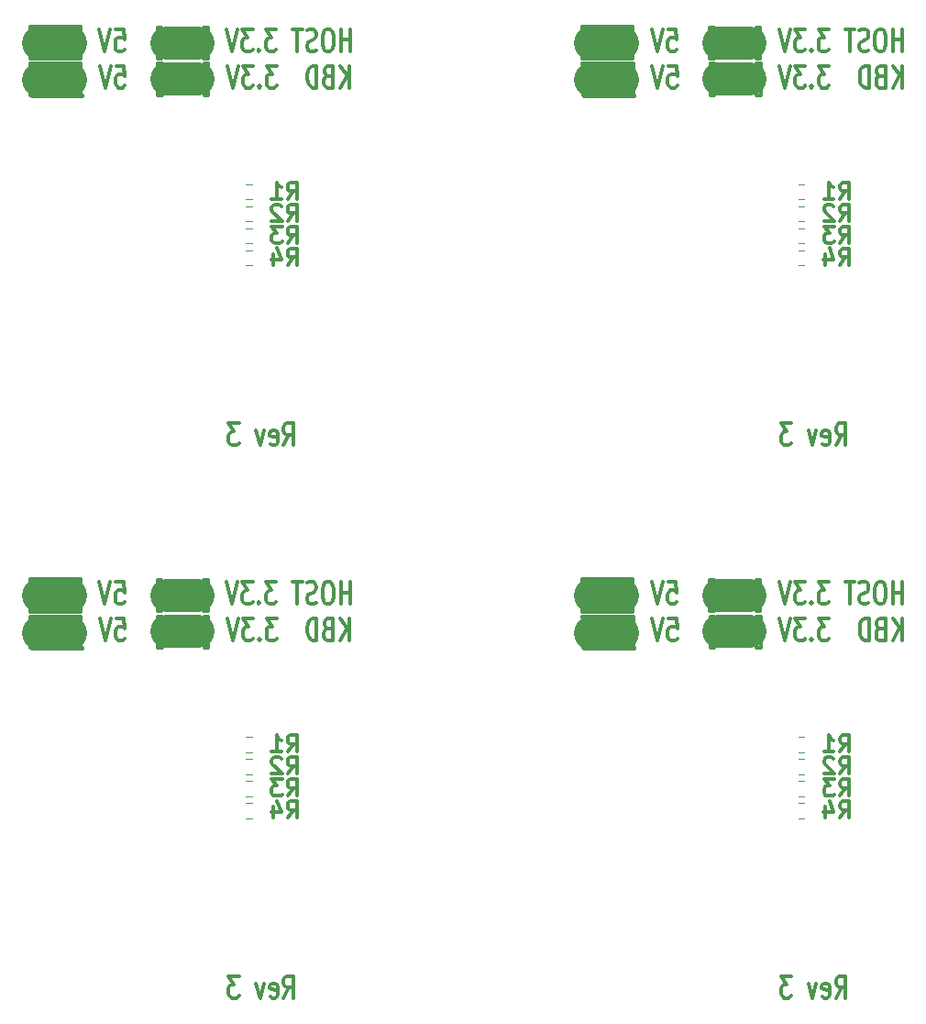
<source format=gbo>
%MOIN*%
%OFA0B0*%
%FSLAX46Y46*%
%IPPOS*%
%LPD*%
%ADD10C,0.12000000000000001*%
%ADD11C,0.015000000000000001*%
%ADD12C,0.012000000000000002*%
%ADD13C,0.0047244094488188976*%
%ADD24C,0.12000000000000001*%
%ADD25C,0.015000000000000001*%
%ADD26C,0.012000000000000002*%
%ADD27C,0.0047244094488188976*%
%ADD28C,0.12000000000000001*%
%ADD29C,0.015000000000000001*%
%ADD30C,0.012000000000000002*%
%ADD31C,0.0047244094488188976*%
%ADD32C,0.12000000000000001*%
%ADD33C,0.015000000000000001*%
%ADD34C,0.012000000000000002*%
%ADD35C,0.0047244094488188976*%
G01*
D10*
X0000626299Y0001412834D02*
X0000741299Y0001412834D01*
X0000626299Y0001542834D02*
X0000741299Y0001542834D01*
X0000161299Y0001542834D02*
X0000276299Y0001542834D01*
X0000161299Y0001407834D02*
X0000276299Y0001407834D01*
D11*
X0000131299Y0001467834D02*
X0000311299Y0001467834D01*
X0000131299Y0001487834D02*
X0000311299Y0001487834D01*
X0000136299Y0001352834D02*
X0000316299Y0001352834D01*
X0000131299Y0001602834D02*
X0000311299Y0001602834D01*
D12*
X0001294156Y0001512644D02*
X0001294156Y0001592644D01*
X0001294156Y0001554548D02*
X0001259870Y0001554548D01*
X0001259870Y0001512644D02*
X0001259870Y0001592644D01*
X0001219870Y0001592644D02*
X0001208442Y0001592644D01*
X0001202727Y0001588834D01*
X0001197013Y0001581215D01*
X0001194156Y0001565977D01*
X0001194156Y0001539310D01*
X0001197013Y0001524072D01*
X0001202727Y0001516453D01*
X0001208442Y0001512644D01*
X0001219870Y0001512644D01*
X0001225584Y0001516453D01*
X0001231299Y0001524072D01*
X0001234156Y0001539310D01*
X0001234156Y0001565977D01*
X0001231299Y0001581215D01*
X0001225584Y0001588834D01*
X0001219870Y0001592644D01*
X0001171299Y0001516453D02*
X0001162727Y0001512644D01*
X0001148442Y0001512644D01*
X0001142727Y0001516453D01*
X0001139870Y0001520263D01*
X0001137013Y0001527882D01*
X0001137013Y0001535501D01*
X0001139870Y0001543120D01*
X0001142727Y0001546929D01*
X0001148442Y0001550739D01*
X0001159870Y0001554548D01*
X0001165584Y0001558358D01*
X0001168442Y0001562167D01*
X0001171299Y0001569787D01*
X0001171299Y0001577406D01*
X0001168442Y0001585025D01*
X0001165584Y0001588834D01*
X0001159870Y0001592644D01*
X0001145584Y0001592644D01*
X0001137013Y0001588834D01*
X0001119870Y0001592644D02*
X0001085584Y0001592644D01*
X0001102727Y0001512644D02*
X0001102727Y0001592644D01*
X0001025584Y0001592644D02*
X0000988442Y0001592644D01*
X0001008442Y0001562167D01*
X0000999870Y0001562167D01*
X0000994156Y0001558358D01*
X0000991299Y0001554548D01*
X0000988442Y0001546929D01*
X0000988442Y0001527882D01*
X0000991299Y0001520263D01*
X0000994156Y0001516453D01*
X0000999870Y0001512644D01*
X0001017013Y0001512644D01*
X0001022727Y0001516453D01*
X0001025584Y0001520263D01*
X0000962727Y0001520263D02*
X0000959870Y0001516453D01*
X0000962727Y0001512644D01*
X0000965584Y0001516453D01*
X0000962727Y0001520263D01*
X0000962727Y0001512644D01*
X0000939870Y0001592644D02*
X0000902727Y0001592644D01*
X0000922727Y0001562167D01*
X0000914156Y0001562167D01*
X0000908442Y0001558358D01*
X0000905584Y0001554548D01*
X0000902727Y0001546929D01*
X0000902727Y0001527882D01*
X0000905584Y0001520263D01*
X0000908442Y0001516453D01*
X0000914156Y0001512644D01*
X0000931299Y0001512644D01*
X0000937013Y0001516453D01*
X0000939870Y0001520263D01*
X0000885584Y0001592644D02*
X0000865584Y0001512644D01*
X0000845584Y0001592644D01*
X0000762727Y0001485977D02*
X0000777013Y0001485977D01*
X0000777013Y0001600263D01*
X0000762727Y0001600263D01*
X0000608442Y0001485977D02*
X0000594156Y0001485977D01*
X0000594156Y0001600263D01*
X0000608442Y0001600263D01*
X0000442727Y0001592644D02*
X0000471299Y0001592644D01*
X0000474156Y0001554548D01*
X0000471299Y0001558358D01*
X0000465584Y0001562167D01*
X0000451299Y0001562167D01*
X0000445584Y0001558358D01*
X0000442727Y0001554548D01*
X0000439870Y0001546929D01*
X0000439870Y0001527882D01*
X0000442727Y0001520263D01*
X0000445584Y0001516453D01*
X0000451299Y0001512644D01*
X0000465584Y0001512644D01*
X0000471299Y0001516453D01*
X0000474156Y0001520263D01*
X0000422727Y0001592644D02*
X0000402727Y0001512644D01*
X0000382727Y0001592644D01*
X0000299870Y0001485977D02*
X0000314156Y0001485977D01*
X0000314156Y0001600263D01*
X0000299870Y0001600263D01*
X0000145584Y0001485977D02*
X0000131299Y0001485977D01*
X0000131299Y0001600263D01*
X0000145584Y0001600263D01*
X0001292727Y0001380644D02*
X0001292727Y0001460644D01*
X0001258442Y0001380644D02*
X0001284156Y0001426358D01*
X0001258442Y0001460644D02*
X0001292727Y0001414929D01*
X0001212727Y0001422548D02*
X0001204156Y0001418739D01*
X0001201299Y0001414929D01*
X0001198442Y0001407310D01*
X0001198442Y0001395882D01*
X0001201299Y0001388263D01*
X0001204156Y0001384453D01*
X0001209870Y0001380644D01*
X0001232727Y0001380644D01*
X0001232727Y0001460644D01*
X0001212727Y0001460644D01*
X0001207013Y0001456834D01*
X0001204156Y0001453025D01*
X0001201299Y0001445406D01*
X0001201299Y0001437787D01*
X0001204156Y0001430167D01*
X0001207013Y0001426358D01*
X0001212727Y0001422548D01*
X0001232727Y0001422548D01*
X0001172727Y0001380644D02*
X0001172727Y0001460644D01*
X0001158442Y0001460644D01*
X0001149870Y0001456834D01*
X0001144156Y0001449215D01*
X0001141299Y0001441596D01*
X0001138442Y0001426358D01*
X0001138442Y0001414929D01*
X0001141299Y0001399691D01*
X0001144156Y0001392072D01*
X0001149870Y0001384453D01*
X0001158442Y0001380644D01*
X0001172727Y0001380644D01*
X0001027013Y0001460644D02*
X0000989870Y0001460644D01*
X0001009870Y0001430167D01*
X0001001299Y0001430167D01*
X0000995584Y0001426358D01*
X0000992727Y0001422548D01*
X0000989870Y0001414929D01*
X0000989870Y0001395882D01*
X0000992727Y0001388263D01*
X0000995584Y0001384453D01*
X0001001299Y0001380644D01*
X0001018442Y0001380644D01*
X0001024156Y0001384453D01*
X0001027013Y0001388263D01*
X0000964156Y0001388263D02*
X0000961299Y0001384453D01*
X0000964156Y0001380644D01*
X0000967013Y0001384453D01*
X0000964156Y0001388263D01*
X0000964156Y0001380644D01*
X0000941299Y0001460644D02*
X0000904156Y0001460644D01*
X0000924156Y0001430167D01*
X0000915584Y0001430167D01*
X0000909870Y0001426358D01*
X0000907013Y0001422548D01*
X0000904156Y0001414929D01*
X0000904156Y0001395882D01*
X0000907013Y0001388263D01*
X0000909870Y0001384453D01*
X0000915584Y0001380644D01*
X0000932727Y0001380644D01*
X0000938442Y0001384453D01*
X0000941299Y0001388263D01*
X0000887013Y0001460644D02*
X0000867013Y0001380644D01*
X0000847013Y0001460644D01*
X0000764156Y0001353977D02*
X0000778442Y0001353977D01*
X0000778442Y0001468263D01*
X0000764156Y0001468263D01*
X0000609870Y0001353977D02*
X0000595584Y0001353977D01*
X0000595584Y0001468263D01*
X0000609870Y0001468263D01*
X0000444156Y0001460644D02*
X0000472727Y0001460644D01*
X0000475584Y0001422548D01*
X0000472727Y0001426358D01*
X0000467013Y0001430167D01*
X0000452727Y0001430167D01*
X0000447013Y0001426358D01*
X0000444156Y0001422548D01*
X0000441299Y0001414929D01*
X0000441299Y0001395882D01*
X0000444156Y0001388263D01*
X0000447013Y0001384453D01*
X0000452727Y0001380644D01*
X0000467013Y0001380644D01*
X0000472727Y0001384453D01*
X0000475584Y0001388263D01*
X0000424156Y0001460644D02*
X0000404156Y0001380644D01*
X0000384156Y0001460644D01*
X0000301299Y0001353977D02*
X0000315584Y0001353977D01*
X0000315584Y0001468263D01*
X0000301299Y0001468263D01*
X0000147013Y0001353977D02*
X0000132727Y0001353977D01*
X0000132727Y0001468263D01*
X0000147013Y0001468263D01*
X0001052727Y0000081644D02*
X0001072727Y0000119739D01*
X0001087013Y0000081644D02*
X0001087013Y0000161644D01*
X0001064156Y0000161644D01*
X0001058442Y0000157834D01*
X0001055584Y0000154025D01*
X0001052727Y0000146406D01*
X0001052727Y0000134977D01*
X0001055584Y0000127358D01*
X0001058442Y0000123548D01*
X0001064156Y0000119739D01*
X0001087013Y0000119739D01*
X0001004156Y0000085453D02*
X0001009870Y0000081644D01*
X0001021299Y0000081644D01*
X0001027013Y0000085453D01*
X0001029870Y0000093072D01*
X0001029870Y0000123548D01*
X0001027013Y0000131167D01*
X0001021299Y0000134977D01*
X0001009870Y0000134977D01*
X0001004156Y0000131167D01*
X0001001299Y0000123548D01*
X0001001299Y0000115929D01*
X0001029870Y0000108310D01*
X0000981299Y0000134977D02*
X0000967013Y0000081644D01*
X0000952727Y0000134977D01*
X0000889870Y0000161644D02*
X0000852727Y0000161644D01*
X0000872727Y0000131167D01*
X0000864156Y0000131167D01*
X0000858442Y0000127358D01*
X0000855584Y0000123548D01*
X0000852727Y0000115929D01*
X0000852727Y0000096882D01*
X0000855584Y0000089263D01*
X0000858442Y0000085453D01*
X0000864156Y0000081644D01*
X0000881299Y0000081644D01*
X0000887013Y0000085453D01*
X0000889870Y0000089263D01*
D13*
X0000936584Y0000974881D02*
X0000916013Y0000974881D01*
X0000936584Y0001030787D02*
X0000916013Y0001030787D01*
X0000936584Y0000950787D02*
X0000916013Y0000950787D01*
X0000936584Y0000894881D02*
X0000916013Y0000894881D01*
X0000936584Y0000814881D02*
X0000916013Y0000814881D01*
X0000936584Y0000870787D02*
X0000916013Y0000870787D01*
X0000936584Y0000790787D02*
X0000916013Y0000790787D01*
X0000936584Y0000734881D02*
X0000916013Y0000734881D01*
D12*
X0001066299Y0000975691D02*
X0001086299Y0001004263D01*
X0001100584Y0000975691D02*
X0001100584Y0001035691D01*
X0001077727Y0001035691D01*
X0001072013Y0001032834D01*
X0001069156Y0001029977D01*
X0001066299Y0001024263D01*
X0001066299Y0001015691D01*
X0001069156Y0001009977D01*
X0001072013Y0001007120D01*
X0001077727Y0001004263D01*
X0001100584Y0001004263D01*
X0001009156Y0000975691D02*
X0001043442Y0000975691D01*
X0001026299Y0000975691D02*
X0001026299Y0001035691D01*
X0001032013Y0001027120D01*
X0001037727Y0001021406D01*
X0001043442Y0001018548D01*
X0001066299Y0000895691D02*
X0001086299Y0000924263D01*
X0001100584Y0000895691D02*
X0001100584Y0000955691D01*
X0001077727Y0000955691D01*
X0001072013Y0000952834D01*
X0001069156Y0000949977D01*
X0001066299Y0000944263D01*
X0001066299Y0000935691D01*
X0001069156Y0000929977D01*
X0001072013Y0000927120D01*
X0001077727Y0000924263D01*
X0001100584Y0000924263D01*
X0001043442Y0000949977D02*
X0001040584Y0000952834D01*
X0001034870Y0000955691D01*
X0001020584Y0000955691D01*
X0001014870Y0000952834D01*
X0001012013Y0000949977D01*
X0001009156Y0000944263D01*
X0001009156Y0000938548D01*
X0001012013Y0000929977D01*
X0001046299Y0000895691D01*
X0001009156Y0000895691D01*
X0001066299Y0000815691D02*
X0001086299Y0000844263D01*
X0001100584Y0000815691D02*
X0001100584Y0000875691D01*
X0001077727Y0000875691D01*
X0001072013Y0000872834D01*
X0001069156Y0000869977D01*
X0001066299Y0000864263D01*
X0001066299Y0000855691D01*
X0001069156Y0000849977D01*
X0001072013Y0000847120D01*
X0001077727Y0000844263D01*
X0001100584Y0000844263D01*
X0001046299Y0000875691D02*
X0001009156Y0000875691D01*
X0001029156Y0000852834D01*
X0001020584Y0000852834D01*
X0001014870Y0000849977D01*
X0001012013Y0000847120D01*
X0001009156Y0000841406D01*
X0001009156Y0000827120D01*
X0001012013Y0000821406D01*
X0001014870Y0000818548D01*
X0001020584Y0000815691D01*
X0001037727Y0000815691D01*
X0001043442Y0000818548D01*
X0001046299Y0000821406D01*
X0001066299Y0000735691D02*
X0001086299Y0000764263D01*
X0001100584Y0000735691D02*
X0001100584Y0000795691D01*
X0001077727Y0000795691D01*
X0001072013Y0000792834D01*
X0001069156Y0000789977D01*
X0001066299Y0000784263D01*
X0001066299Y0000775691D01*
X0001069156Y0000769977D01*
X0001072013Y0000767120D01*
X0001077727Y0000764263D01*
X0001100584Y0000764263D01*
X0001014870Y0000775691D02*
X0001014870Y0000735691D01*
X0001029156Y0000798548D02*
X0001043442Y0000755691D01*
X0001006299Y0000755691D01*
G04 next file*
G04 #@! TF.GenerationSoftware,KiCad,Pcbnew,(5.1.10)-1*
G04 #@! TF.CreationDate,2022-01-20T17:19:38-05:00*
G04 #@! TF.ProjectId,PS2X49,50533258-3439-42e6-9b69-6361645f7063,X1*
G04 #@! TF.SameCoordinates,Original*
G04 #@! TF.FileFunction,Legend,Bot*
G04 #@! TF.FilePolarity,Positive*
G04 Gerber Fmt 4.6, Leading zero omitted, Abs format (unit mm)*
G04 Created by KiCad (PCBNEW (5.1.10)-1) date 2022-01-20 17:19:38*
G01*
G04 APERTURE LIST*
G04 APERTURE END LIST*
D24*
X0002634173Y0003420708D02*
X0002749173Y0003420708D01*
X0002634173Y0003550708D02*
X0002749173Y0003550708D01*
X0002169173Y0003550708D02*
X0002284173Y0003550708D01*
X0002169173Y0003415708D02*
X0002284173Y0003415708D01*
D25*
X0002139173Y0003475708D02*
X0002319173Y0003475708D01*
X0002139173Y0003495708D02*
X0002319173Y0003495708D01*
X0002144173Y0003360708D02*
X0002324173Y0003360708D01*
X0002139173Y0003610708D02*
X0002319173Y0003610708D01*
D26*
X0003302030Y0003520518D02*
X0003302030Y0003600518D01*
X0003302030Y0003562422D02*
X0003267744Y0003562422D01*
X0003267744Y0003520518D02*
X0003267744Y0003600518D01*
X0003227744Y0003600518D02*
X0003216316Y0003600518D01*
X0003210601Y0003596708D01*
X0003204887Y0003589089D01*
X0003202030Y0003573851D01*
X0003202030Y0003547184D01*
X0003204887Y0003531946D01*
X0003210601Y0003524327D01*
X0003216316Y0003520518D01*
X0003227744Y0003520518D01*
X0003233458Y0003524327D01*
X0003239173Y0003531946D01*
X0003242030Y0003547184D01*
X0003242030Y0003573851D01*
X0003239173Y0003589089D01*
X0003233458Y0003596708D01*
X0003227744Y0003600518D01*
X0003179173Y0003524327D02*
X0003170601Y0003520518D01*
X0003156316Y0003520518D01*
X0003150601Y0003524327D01*
X0003147744Y0003528137D01*
X0003144887Y0003535756D01*
X0003144887Y0003543375D01*
X0003147744Y0003550994D01*
X0003150601Y0003554803D01*
X0003156316Y0003558613D01*
X0003167744Y0003562422D01*
X0003173458Y0003566232D01*
X0003176316Y0003570042D01*
X0003179173Y0003577661D01*
X0003179173Y0003585280D01*
X0003176316Y0003592899D01*
X0003173458Y0003596708D01*
X0003167744Y0003600518D01*
X0003153458Y0003600518D01*
X0003144887Y0003596708D01*
X0003127744Y0003600518D02*
X0003093458Y0003600518D01*
X0003110601Y0003520518D02*
X0003110601Y0003600518D01*
X0003033458Y0003600518D02*
X0002996316Y0003600518D01*
X0003016316Y0003570042D01*
X0003007744Y0003570042D01*
X0003002030Y0003566232D01*
X0002999173Y0003562422D01*
X0002996316Y0003554803D01*
X0002996316Y0003535756D01*
X0002999173Y0003528137D01*
X0003002030Y0003524327D01*
X0003007744Y0003520518D01*
X0003024887Y0003520518D01*
X0003030601Y0003524327D01*
X0003033458Y0003528137D01*
X0002970601Y0003528137D02*
X0002967744Y0003524327D01*
X0002970601Y0003520518D01*
X0002973458Y0003524327D01*
X0002970601Y0003528137D01*
X0002970601Y0003520518D01*
X0002947744Y0003600518D02*
X0002910601Y0003600518D01*
X0002930601Y0003570042D01*
X0002922030Y0003570042D01*
X0002916316Y0003566232D01*
X0002913458Y0003562422D01*
X0002910601Y0003554803D01*
X0002910601Y0003535756D01*
X0002913458Y0003528137D01*
X0002916316Y0003524327D01*
X0002922030Y0003520518D01*
X0002939173Y0003520518D01*
X0002944887Y0003524327D01*
X0002947744Y0003528137D01*
X0002893458Y0003600518D02*
X0002873458Y0003520518D01*
X0002853458Y0003600518D01*
X0002770601Y0003493851D02*
X0002784887Y0003493851D01*
X0002784887Y0003608137D01*
X0002770601Y0003608137D01*
X0002616316Y0003493851D02*
X0002602030Y0003493851D01*
X0002602030Y0003608137D01*
X0002616316Y0003608137D01*
X0002450601Y0003600518D02*
X0002479173Y0003600518D01*
X0002482030Y0003562422D01*
X0002479173Y0003566232D01*
X0002473458Y0003570042D01*
X0002459173Y0003570042D01*
X0002453458Y0003566232D01*
X0002450601Y0003562422D01*
X0002447744Y0003554803D01*
X0002447744Y0003535756D01*
X0002450601Y0003528137D01*
X0002453458Y0003524327D01*
X0002459173Y0003520518D01*
X0002473458Y0003520518D01*
X0002479173Y0003524327D01*
X0002482030Y0003528137D01*
X0002430601Y0003600518D02*
X0002410601Y0003520518D01*
X0002390601Y0003600518D01*
X0002307744Y0003493851D02*
X0002322030Y0003493851D01*
X0002322030Y0003608137D01*
X0002307744Y0003608137D01*
X0002153458Y0003493851D02*
X0002139173Y0003493851D01*
X0002139173Y0003608137D01*
X0002153458Y0003608137D01*
X0003300601Y0003388518D02*
X0003300601Y0003468518D01*
X0003266316Y0003388518D02*
X0003292030Y0003434232D01*
X0003266316Y0003468518D02*
X0003300601Y0003422803D01*
X0003220601Y0003430422D02*
X0003212030Y0003426613D01*
X0003209173Y0003422803D01*
X0003206316Y0003415184D01*
X0003206316Y0003403756D01*
X0003209173Y0003396137D01*
X0003212030Y0003392327D01*
X0003217744Y0003388518D01*
X0003240601Y0003388518D01*
X0003240601Y0003468518D01*
X0003220601Y0003468518D01*
X0003214887Y0003464708D01*
X0003212030Y0003460899D01*
X0003209173Y0003453280D01*
X0003209173Y0003445661D01*
X0003212030Y0003438042D01*
X0003214887Y0003434232D01*
X0003220601Y0003430422D01*
X0003240601Y0003430422D01*
X0003180601Y0003388518D02*
X0003180601Y0003468518D01*
X0003166316Y0003468518D01*
X0003157744Y0003464708D01*
X0003152030Y0003457089D01*
X0003149173Y0003449470D01*
X0003146316Y0003434232D01*
X0003146316Y0003422803D01*
X0003149173Y0003407565D01*
X0003152030Y0003399946D01*
X0003157744Y0003392327D01*
X0003166316Y0003388518D01*
X0003180601Y0003388518D01*
X0003034887Y0003468518D02*
X0002997744Y0003468518D01*
X0003017744Y0003438042D01*
X0003009173Y0003438042D01*
X0003003458Y0003434232D01*
X0003000601Y0003430422D01*
X0002997744Y0003422803D01*
X0002997744Y0003403756D01*
X0003000601Y0003396137D01*
X0003003458Y0003392327D01*
X0003009173Y0003388518D01*
X0003026316Y0003388518D01*
X0003032030Y0003392327D01*
X0003034887Y0003396137D01*
X0002972030Y0003396137D02*
X0002969173Y0003392327D01*
X0002972030Y0003388518D01*
X0002974887Y0003392327D01*
X0002972030Y0003396137D01*
X0002972030Y0003388518D01*
X0002949173Y0003468518D02*
X0002912030Y0003468518D01*
X0002932030Y0003438042D01*
X0002923458Y0003438042D01*
X0002917744Y0003434232D01*
X0002914887Y0003430422D01*
X0002912030Y0003422803D01*
X0002912030Y0003403756D01*
X0002914887Y0003396137D01*
X0002917744Y0003392327D01*
X0002923458Y0003388518D01*
X0002940601Y0003388518D01*
X0002946316Y0003392327D01*
X0002949173Y0003396137D01*
X0002894887Y0003468518D02*
X0002874887Y0003388518D01*
X0002854887Y0003468518D01*
X0002772030Y0003361851D02*
X0002786316Y0003361851D01*
X0002786316Y0003476137D01*
X0002772030Y0003476137D01*
X0002617744Y0003361851D02*
X0002603458Y0003361851D01*
X0002603458Y0003476137D01*
X0002617744Y0003476137D01*
X0002452030Y0003468518D02*
X0002480601Y0003468518D01*
X0002483458Y0003430422D01*
X0002480601Y0003434232D01*
X0002474887Y0003438042D01*
X0002460601Y0003438042D01*
X0002454887Y0003434232D01*
X0002452030Y0003430422D01*
X0002449173Y0003422803D01*
X0002449173Y0003403756D01*
X0002452030Y0003396137D01*
X0002454887Y0003392327D01*
X0002460601Y0003388518D01*
X0002474887Y0003388518D01*
X0002480601Y0003392327D01*
X0002483458Y0003396137D01*
X0002432030Y0003468518D02*
X0002412030Y0003388518D01*
X0002392030Y0003468518D01*
X0002309173Y0003361851D02*
X0002323458Y0003361851D01*
X0002323458Y0003476137D01*
X0002309173Y0003476137D01*
X0002154887Y0003361851D02*
X0002140601Y0003361851D01*
X0002140601Y0003476137D01*
X0002154887Y0003476137D01*
X0003060601Y0002089518D02*
X0003080601Y0002127613D01*
X0003094887Y0002089518D02*
X0003094887Y0002169518D01*
X0003072030Y0002169518D01*
X0003066316Y0002165708D01*
X0003063458Y0002161899D01*
X0003060601Y0002154280D01*
X0003060601Y0002142851D01*
X0003063458Y0002135232D01*
X0003066316Y0002131422D01*
X0003072030Y0002127613D01*
X0003094887Y0002127613D01*
X0003012030Y0002093327D02*
X0003017744Y0002089518D01*
X0003029173Y0002089518D01*
X0003034887Y0002093327D01*
X0003037744Y0002100946D01*
X0003037744Y0002131422D01*
X0003034887Y0002139042D01*
X0003029173Y0002142851D01*
X0003017744Y0002142851D01*
X0003012030Y0002139042D01*
X0003009173Y0002131422D01*
X0003009173Y0002123803D01*
X0003037744Y0002116184D01*
X0002989173Y0002142851D02*
X0002974887Y0002089518D01*
X0002960601Y0002142851D01*
X0002897744Y0002169518D02*
X0002860601Y0002169518D01*
X0002880601Y0002139042D01*
X0002872030Y0002139042D01*
X0002866316Y0002135232D01*
X0002863458Y0002131422D01*
X0002860601Y0002123803D01*
X0002860601Y0002104756D01*
X0002863458Y0002097137D01*
X0002866316Y0002093327D01*
X0002872030Y0002089518D01*
X0002889173Y0002089518D01*
X0002894887Y0002093327D01*
X0002897744Y0002097137D01*
D27*
X0002944458Y0002982755D02*
X0002923887Y0002982755D01*
X0002944458Y0003038661D02*
X0002923887Y0003038661D01*
X0002944458Y0002958661D02*
X0002923887Y0002958661D01*
X0002944458Y0002902755D02*
X0002923887Y0002902755D01*
X0002944458Y0002822755D02*
X0002923887Y0002822755D01*
X0002944458Y0002878661D02*
X0002923887Y0002878661D01*
X0002944458Y0002798661D02*
X0002923887Y0002798661D01*
X0002944458Y0002742755D02*
X0002923887Y0002742755D01*
D26*
X0003074173Y0002983565D02*
X0003094173Y0003012137D01*
X0003108458Y0002983565D02*
X0003108458Y0003043565D01*
X0003085601Y0003043565D01*
X0003079887Y0003040708D01*
X0003077030Y0003037851D01*
X0003074173Y0003032137D01*
X0003074173Y0003023565D01*
X0003077030Y0003017851D01*
X0003079887Y0003014994D01*
X0003085601Y0003012137D01*
X0003108458Y0003012137D01*
X0003017030Y0002983565D02*
X0003051316Y0002983565D01*
X0003034173Y0002983565D02*
X0003034173Y0003043565D01*
X0003039887Y0003034994D01*
X0003045601Y0003029280D01*
X0003051316Y0003026422D01*
X0003074173Y0002903565D02*
X0003094173Y0002932137D01*
X0003108458Y0002903565D02*
X0003108458Y0002963565D01*
X0003085601Y0002963565D01*
X0003079887Y0002960708D01*
X0003077030Y0002957851D01*
X0003074173Y0002952137D01*
X0003074173Y0002943565D01*
X0003077030Y0002937851D01*
X0003079887Y0002934994D01*
X0003085601Y0002932137D01*
X0003108458Y0002932137D01*
X0003051316Y0002957851D02*
X0003048458Y0002960708D01*
X0003042744Y0002963565D01*
X0003028458Y0002963565D01*
X0003022744Y0002960708D01*
X0003019887Y0002957851D01*
X0003017030Y0002952137D01*
X0003017030Y0002946422D01*
X0003019887Y0002937851D01*
X0003054173Y0002903565D01*
X0003017030Y0002903565D01*
X0003074173Y0002823565D02*
X0003094173Y0002852137D01*
X0003108458Y0002823565D02*
X0003108458Y0002883565D01*
X0003085601Y0002883565D01*
X0003079887Y0002880708D01*
X0003077030Y0002877851D01*
X0003074173Y0002872137D01*
X0003074173Y0002863565D01*
X0003077030Y0002857851D01*
X0003079887Y0002854994D01*
X0003085601Y0002852137D01*
X0003108458Y0002852137D01*
X0003054173Y0002883565D02*
X0003017030Y0002883565D01*
X0003037030Y0002860708D01*
X0003028458Y0002860708D01*
X0003022744Y0002857851D01*
X0003019887Y0002854994D01*
X0003017030Y0002849280D01*
X0003017030Y0002834994D01*
X0003019887Y0002829280D01*
X0003022744Y0002826422D01*
X0003028458Y0002823565D01*
X0003045601Y0002823565D01*
X0003051316Y0002826422D01*
X0003054173Y0002829280D01*
X0003074173Y0002743565D02*
X0003094173Y0002772137D01*
X0003108458Y0002743565D02*
X0003108458Y0002803565D01*
X0003085601Y0002803565D01*
X0003079887Y0002800708D01*
X0003077030Y0002797851D01*
X0003074173Y0002792137D01*
X0003074173Y0002783565D01*
X0003077030Y0002777851D01*
X0003079887Y0002774994D01*
X0003085601Y0002772137D01*
X0003108458Y0002772137D01*
X0003022744Y0002783565D02*
X0003022744Y0002743565D01*
X0003037030Y0002806422D02*
X0003051316Y0002763565D01*
X0003014173Y0002763565D01*
G04 next file*
G04 #@! TF.GenerationSoftware,KiCad,Pcbnew,(5.1.10)-1*
G04 #@! TF.CreationDate,2022-01-20T17:19:38-05:00*
G04 #@! TF.ProjectId,PS2X49,50533258-3439-42e6-9b69-6361645f7063,X1*
G04 #@! TF.SameCoordinates,Original*
G04 #@! TF.FileFunction,Legend,Bot*
G04 #@! TF.FilePolarity,Positive*
G04 Gerber Fmt 4.6, Leading zero omitted, Abs format (unit mm)*
G04 Created by KiCad (PCBNEW (5.1.10)-1) date 2022-01-20 17:19:38*
G01*
G04 APERTURE LIST*
G04 APERTURE END LIST*
D28*
X0002634173Y0001412834D02*
X0002749173Y0001412834D01*
X0002634173Y0001542834D02*
X0002749173Y0001542834D01*
X0002169173Y0001542834D02*
X0002284173Y0001542834D01*
X0002169173Y0001407834D02*
X0002284173Y0001407834D01*
D29*
X0002139173Y0001467834D02*
X0002319173Y0001467834D01*
X0002139173Y0001487834D02*
X0002319173Y0001487834D01*
X0002144173Y0001352834D02*
X0002324173Y0001352834D01*
X0002139173Y0001602834D02*
X0002319173Y0001602834D01*
D30*
X0003302030Y0001512644D02*
X0003302030Y0001592644D01*
X0003302030Y0001554548D02*
X0003267744Y0001554548D01*
X0003267744Y0001512644D02*
X0003267744Y0001592644D01*
X0003227744Y0001592644D02*
X0003216316Y0001592644D01*
X0003210601Y0001588834D01*
X0003204887Y0001581215D01*
X0003202030Y0001565977D01*
X0003202030Y0001539310D01*
X0003204887Y0001524072D01*
X0003210601Y0001516453D01*
X0003216316Y0001512644D01*
X0003227744Y0001512644D01*
X0003233458Y0001516453D01*
X0003239173Y0001524072D01*
X0003242030Y0001539310D01*
X0003242030Y0001565977D01*
X0003239173Y0001581215D01*
X0003233458Y0001588834D01*
X0003227744Y0001592644D01*
X0003179173Y0001516453D02*
X0003170601Y0001512644D01*
X0003156316Y0001512644D01*
X0003150601Y0001516453D01*
X0003147744Y0001520263D01*
X0003144887Y0001527882D01*
X0003144887Y0001535501D01*
X0003147744Y0001543120D01*
X0003150601Y0001546929D01*
X0003156316Y0001550739D01*
X0003167744Y0001554548D01*
X0003173458Y0001558358D01*
X0003176316Y0001562167D01*
X0003179173Y0001569787D01*
X0003179173Y0001577406D01*
X0003176316Y0001585025D01*
X0003173458Y0001588834D01*
X0003167744Y0001592644D01*
X0003153458Y0001592644D01*
X0003144887Y0001588834D01*
X0003127744Y0001592644D02*
X0003093458Y0001592644D01*
X0003110601Y0001512644D02*
X0003110601Y0001592644D01*
X0003033458Y0001592644D02*
X0002996316Y0001592644D01*
X0003016316Y0001562167D01*
X0003007744Y0001562167D01*
X0003002030Y0001558358D01*
X0002999173Y0001554548D01*
X0002996316Y0001546929D01*
X0002996316Y0001527882D01*
X0002999173Y0001520263D01*
X0003002030Y0001516453D01*
X0003007744Y0001512644D01*
X0003024887Y0001512644D01*
X0003030601Y0001516453D01*
X0003033458Y0001520263D01*
X0002970601Y0001520263D02*
X0002967744Y0001516453D01*
X0002970601Y0001512644D01*
X0002973458Y0001516453D01*
X0002970601Y0001520263D01*
X0002970601Y0001512644D01*
X0002947744Y0001592644D02*
X0002910601Y0001592644D01*
X0002930601Y0001562167D01*
X0002922030Y0001562167D01*
X0002916316Y0001558358D01*
X0002913458Y0001554548D01*
X0002910601Y0001546929D01*
X0002910601Y0001527882D01*
X0002913458Y0001520263D01*
X0002916316Y0001516453D01*
X0002922030Y0001512644D01*
X0002939173Y0001512644D01*
X0002944887Y0001516453D01*
X0002947744Y0001520263D01*
X0002893458Y0001592644D02*
X0002873458Y0001512644D01*
X0002853458Y0001592644D01*
X0002770601Y0001485977D02*
X0002784887Y0001485977D01*
X0002784887Y0001600263D01*
X0002770601Y0001600263D01*
X0002616316Y0001485977D02*
X0002602030Y0001485977D01*
X0002602030Y0001600263D01*
X0002616316Y0001600263D01*
X0002450601Y0001592644D02*
X0002479173Y0001592644D01*
X0002482030Y0001554548D01*
X0002479173Y0001558358D01*
X0002473458Y0001562167D01*
X0002459173Y0001562167D01*
X0002453458Y0001558358D01*
X0002450601Y0001554548D01*
X0002447744Y0001546929D01*
X0002447744Y0001527882D01*
X0002450601Y0001520263D01*
X0002453458Y0001516453D01*
X0002459173Y0001512644D01*
X0002473458Y0001512644D01*
X0002479173Y0001516453D01*
X0002482030Y0001520263D01*
X0002430601Y0001592644D02*
X0002410601Y0001512644D01*
X0002390601Y0001592644D01*
X0002307744Y0001485977D02*
X0002322030Y0001485977D01*
X0002322030Y0001600263D01*
X0002307744Y0001600263D01*
X0002153458Y0001485977D02*
X0002139173Y0001485977D01*
X0002139173Y0001600263D01*
X0002153458Y0001600263D01*
X0003300601Y0001380644D02*
X0003300601Y0001460644D01*
X0003266316Y0001380644D02*
X0003292030Y0001426358D01*
X0003266316Y0001460644D02*
X0003300601Y0001414929D01*
X0003220601Y0001422548D02*
X0003212030Y0001418739D01*
X0003209173Y0001414929D01*
X0003206316Y0001407310D01*
X0003206316Y0001395882D01*
X0003209173Y0001388263D01*
X0003212030Y0001384453D01*
X0003217744Y0001380644D01*
X0003240601Y0001380644D01*
X0003240601Y0001460644D01*
X0003220601Y0001460644D01*
X0003214887Y0001456834D01*
X0003212030Y0001453025D01*
X0003209173Y0001445406D01*
X0003209173Y0001437787D01*
X0003212030Y0001430167D01*
X0003214887Y0001426358D01*
X0003220601Y0001422548D01*
X0003240601Y0001422548D01*
X0003180601Y0001380644D02*
X0003180601Y0001460644D01*
X0003166316Y0001460644D01*
X0003157744Y0001456834D01*
X0003152030Y0001449215D01*
X0003149173Y0001441596D01*
X0003146316Y0001426358D01*
X0003146316Y0001414929D01*
X0003149173Y0001399691D01*
X0003152030Y0001392072D01*
X0003157744Y0001384453D01*
X0003166316Y0001380644D01*
X0003180601Y0001380644D01*
X0003034887Y0001460644D02*
X0002997744Y0001460644D01*
X0003017744Y0001430167D01*
X0003009173Y0001430167D01*
X0003003458Y0001426358D01*
X0003000601Y0001422548D01*
X0002997744Y0001414929D01*
X0002997744Y0001395882D01*
X0003000601Y0001388263D01*
X0003003458Y0001384453D01*
X0003009173Y0001380644D01*
X0003026316Y0001380644D01*
X0003032030Y0001384453D01*
X0003034887Y0001388263D01*
X0002972030Y0001388263D02*
X0002969173Y0001384453D01*
X0002972030Y0001380644D01*
X0002974887Y0001384453D01*
X0002972030Y0001388263D01*
X0002972030Y0001380644D01*
X0002949173Y0001460644D02*
X0002912030Y0001460644D01*
X0002932030Y0001430167D01*
X0002923458Y0001430167D01*
X0002917744Y0001426358D01*
X0002914887Y0001422548D01*
X0002912030Y0001414929D01*
X0002912030Y0001395882D01*
X0002914887Y0001388263D01*
X0002917744Y0001384453D01*
X0002923458Y0001380644D01*
X0002940601Y0001380644D01*
X0002946316Y0001384453D01*
X0002949173Y0001388263D01*
X0002894887Y0001460644D02*
X0002874887Y0001380644D01*
X0002854887Y0001460644D01*
X0002772030Y0001353977D02*
X0002786316Y0001353977D01*
X0002786316Y0001468263D01*
X0002772030Y0001468263D01*
X0002617744Y0001353977D02*
X0002603458Y0001353977D01*
X0002603458Y0001468263D01*
X0002617744Y0001468263D01*
X0002452030Y0001460644D02*
X0002480601Y0001460644D01*
X0002483458Y0001422548D01*
X0002480601Y0001426358D01*
X0002474887Y0001430167D01*
X0002460601Y0001430167D01*
X0002454887Y0001426358D01*
X0002452030Y0001422548D01*
X0002449173Y0001414929D01*
X0002449173Y0001395882D01*
X0002452030Y0001388263D01*
X0002454887Y0001384453D01*
X0002460601Y0001380644D01*
X0002474887Y0001380644D01*
X0002480601Y0001384453D01*
X0002483458Y0001388263D01*
X0002432030Y0001460644D02*
X0002412030Y0001380644D01*
X0002392030Y0001460644D01*
X0002309173Y0001353977D02*
X0002323458Y0001353977D01*
X0002323458Y0001468263D01*
X0002309173Y0001468263D01*
X0002154887Y0001353977D02*
X0002140601Y0001353977D01*
X0002140601Y0001468263D01*
X0002154887Y0001468263D01*
X0003060601Y0000081644D02*
X0003080601Y0000119739D01*
X0003094887Y0000081644D02*
X0003094887Y0000161644D01*
X0003072030Y0000161644D01*
X0003066316Y0000157834D01*
X0003063458Y0000154025D01*
X0003060601Y0000146406D01*
X0003060601Y0000134977D01*
X0003063458Y0000127358D01*
X0003066316Y0000123548D01*
X0003072030Y0000119739D01*
X0003094887Y0000119739D01*
X0003012030Y0000085453D02*
X0003017744Y0000081644D01*
X0003029173Y0000081644D01*
X0003034887Y0000085453D01*
X0003037744Y0000093072D01*
X0003037744Y0000123548D01*
X0003034887Y0000131167D01*
X0003029173Y0000134977D01*
X0003017744Y0000134977D01*
X0003012030Y0000131167D01*
X0003009173Y0000123548D01*
X0003009173Y0000115929D01*
X0003037744Y0000108310D01*
X0002989173Y0000134977D02*
X0002974887Y0000081644D01*
X0002960601Y0000134977D01*
X0002897744Y0000161644D02*
X0002860601Y0000161644D01*
X0002880601Y0000131167D01*
X0002872030Y0000131167D01*
X0002866316Y0000127358D01*
X0002863458Y0000123548D01*
X0002860601Y0000115929D01*
X0002860601Y0000096882D01*
X0002863458Y0000089263D01*
X0002866316Y0000085453D01*
X0002872030Y0000081644D01*
X0002889173Y0000081644D01*
X0002894887Y0000085453D01*
X0002897744Y0000089263D01*
D31*
X0002944458Y0000974881D02*
X0002923887Y0000974881D01*
X0002944458Y0001030787D02*
X0002923887Y0001030787D01*
X0002944458Y0000950787D02*
X0002923887Y0000950787D01*
X0002944458Y0000894881D02*
X0002923887Y0000894881D01*
X0002944458Y0000814881D02*
X0002923887Y0000814881D01*
X0002944458Y0000870787D02*
X0002923887Y0000870787D01*
X0002944458Y0000790787D02*
X0002923887Y0000790787D01*
X0002944458Y0000734881D02*
X0002923887Y0000734881D01*
D30*
X0003074173Y0000975691D02*
X0003094173Y0001004263D01*
X0003108458Y0000975691D02*
X0003108458Y0001035691D01*
X0003085601Y0001035691D01*
X0003079887Y0001032834D01*
X0003077030Y0001029977D01*
X0003074173Y0001024263D01*
X0003074173Y0001015691D01*
X0003077030Y0001009977D01*
X0003079887Y0001007120D01*
X0003085601Y0001004263D01*
X0003108458Y0001004263D01*
X0003017030Y0000975691D02*
X0003051316Y0000975691D01*
X0003034173Y0000975691D02*
X0003034173Y0001035691D01*
X0003039887Y0001027120D01*
X0003045601Y0001021406D01*
X0003051316Y0001018548D01*
X0003074173Y0000895691D02*
X0003094173Y0000924263D01*
X0003108458Y0000895691D02*
X0003108458Y0000955691D01*
X0003085601Y0000955691D01*
X0003079887Y0000952834D01*
X0003077030Y0000949977D01*
X0003074173Y0000944263D01*
X0003074173Y0000935691D01*
X0003077030Y0000929977D01*
X0003079887Y0000927120D01*
X0003085601Y0000924263D01*
X0003108458Y0000924263D01*
X0003051316Y0000949977D02*
X0003048458Y0000952834D01*
X0003042744Y0000955691D01*
X0003028458Y0000955691D01*
X0003022744Y0000952834D01*
X0003019887Y0000949977D01*
X0003017030Y0000944263D01*
X0003017030Y0000938548D01*
X0003019887Y0000929977D01*
X0003054173Y0000895691D01*
X0003017030Y0000895691D01*
X0003074173Y0000815691D02*
X0003094173Y0000844263D01*
X0003108458Y0000815691D02*
X0003108458Y0000875691D01*
X0003085601Y0000875691D01*
X0003079887Y0000872834D01*
X0003077030Y0000869977D01*
X0003074173Y0000864263D01*
X0003074173Y0000855691D01*
X0003077030Y0000849977D01*
X0003079887Y0000847120D01*
X0003085601Y0000844263D01*
X0003108458Y0000844263D01*
X0003054173Y0000875691D02*
X0003017030Y0000875691D01*
X0003037030Y0000852834D01*
X0003028458Y0000852834D01*
X0003022744Y0000849977D01*
X0003019887Y0000847120D01*
X0003017030Y0000841406D01*
X0003017030Y0000827120D01*
X0003019887Y0000821406D01*
X0003022744Y0000818548D01*
X0003028458Y0000815691D01*
X0003045601Y0000815691D01*
X0003051316Y0000818548D01*
X0003054173Y0000821406D01*
X0003074173Y0000735691D02*
X0003094173Y0000764263D01*
X0003108458Y0000735691D02*
X0003108458Y0000795691D01*
X0003085601Y0000795691D01*
X0003079887Y0000792834D01*
X0003077030Y0000789977D01*
X0003074173Y0000784263D01*
X0003074173Y0000775691D01*
X0003077030Y0000769977D01*
X0003079887Y0000767120D01*
X0003085601Y0000764263D01*
X0003108458Y0000764263D01*
X0003022744Y0000775691D02*
X0003022744Y0000735691D01*
X0003037030Y0000798548D02*
X0003051316Y0000755691D01*
X0003014173Y0000755691D01*
G04 next file*
G04 #@! TF.GenerationSoftware,KiCad,Pcbnew,(5.1.10)-1*
G04 #@! TF.CreationDate,2022-01-20T17:19:38-05:00*
G04 #@! TF.ProjectId,PS2X49,50533258-3439-42e6-9b69-6361645f7063,X1*
G04 #@! TF.SameCoordinates,Original*
G04 #@! TF.FileFunction,Legend,Bot*
G04 #@! TF.FilePolarity,Positive*
G04 Gerber Fmt 4.6, Leading zero omitted, Abs format (unit mm)*
G04 Created by KiCad (PCBNEW (5.1.10)-1) date 2022-01-20 17:19:38*
G01*
G04 APERTURE LIST*
G04 APERTURE END LIST*
D32*
X0000626299Y0003420708D02*
X0000741299Y0003420708D01*
X0000626299Y0003550708D02*
X0000741299Y0003550708D01*
X0000161299Y0003550708D02*
X0000276299Y0003550708D01*
X0000161299Y0003415708D02*
X0000276299Y0003415708D01*
D33*
X0000131299Y0003475708D02*
X0000311299Y0003475708D01*
X0000131299Y0003495708D02*
X0000311299Y0003495708D01*
X0000136299Y0003360708D02*
X0000316299Y0003360708D01*
X0000131299Y0003610708D02*
X0000311299Y0003610708D01*
D34*
X0001294156Y0003520518D02*
X0001294156Y0003600518D01*
X0001294156Y0003562422D02*
X0001259870Y0003562422D01*
X0001259870Y0003520518D02*
X0001259870Y0003600518D01*
X0001219870Y0003600518D02*
X0001208442Y0003600518D01*
X0001202727Y0003596708D01*
X0001197013Y0003589089D01*
X0001194156Y0003573851D01*
X0001194156Y0003547184D01*
X0001197013Y0003531946D01*
X0001202727Y0003524327D01*
X0001208442Y0003520518D01*
X0001219870Y0003520518D01*
X0001225584Y0003524327D01*
X0001231299Y0003531946D01*
X0001234156Y0003547184D01*
X0001234156Y0003573851D01*
X0001231299Y0003589089D01*
X0001225584Y0003596708D01*
X0001219870Y0003600518D01*
X0001171299Y0003524327D02*
X0001162727Y0003520518D01*
X0001148442Y0003520518D01*
X0001142727Y0003524327D01*
X0001139870Y0003528137D01*
X0001137013Y0003535756D01*
X0001137013Y0003543375D01*
X0001139870Y0003550994D01*
X0001142727Y0003554803D01*
X0001148442Y0003558613D01*
X0001159870Y0003562422D01*
X0001165584Y0003566232D01*
X0001168442Y0003570042D01*
X0001171299Y0003577661D01*
X0001171299Y0003585280D01*
X0001168442Y0003592899D01*
X0001165584Y0003596708D01*
X0001159870Y0003600518D01*
X0001145584Y0003600518D01*
X0001137013Y0003596708D01*
X0001119870Y0003600518D02*
X0001085584Y0003600518D01*
X0001102727Y0003520518D02*
X0001102727Y0003600518D01*
X0001025584Y0003600518D02*
X0000988442Y0003600518D01*
X0001008442Y0003570042D01*
X0000999870Y0003570042D01*
X0000994156Y0003566232D01*
X0000991299Y0003562422D01*
X0000988442Y0003554803D01*
X0000988442Y0003535756D01*
X0000991299Y0003528137D01*
X0000994156Y0003524327D01*
X0000999870Y0003520518D01*
X0001017013Y0003520518D01*
X0001022727Y0003524327D01*
X0001025584Y0003528137D01*
X0000962727Y0003528137D02*
X0000959870Y0003524327D01*
X0000962727Y0003520518D01*
X0000965584Y0003524327D01*
X0000962727Y0003528137D01*
X0000962727Y0003520518D01*
X0000939870Y0003600518D02*
X0000902727Y0003600518D01*
X0000922727Y0003570042D01*
X0000914156Y0003570042D01*
X0000908442Y0003566232D01*
X0000905584Y0003562422D01*
X0000902727Y0003554803D01*
X0000902727Y0003535756D01*
X0000905584Y0003528137D01*
X0000908442Y0003524327D01*
X0000914156Y0003520518D01*
X0000931299Y0003520518D01*
X0000937013Y0003524327D01*
X0000939870Y0003528137D01*
X0000885584Y0003600518D02*
X0000865584Y0003520518D01*
X0000845584Y0003600518D01*
X0000762727Y0003493851D02*
X0000777013Y0003493851D01*
X0000777013Y0003608137D01*
X0000762727Y0003608137D01*
X0000608442Y0003493851D02*
X0000594156Y0003493851D01*
X0000594156Y0003608137D01*
X0000608442Y0003608137D01*
X0000442727Y0003600518D02*
X0000471299Y0003600518D01*
X0000474156Y0003562422D01*
X0000471299Y0003566232D01*
X0000465584Y0003570042D01*
X0000451299Y0003570042D01*
X0000445584Y0003566232D01*
X0000442727Y0003562422D01*
X0000439870Y0003554803D01*
X0000439870Y0003535756D01*
X0000442727Y0003528137D01*
X0000445584Y0003524327D01*
X0000451299Y0003520518D01*
X0000465584Y0003520518D01*
X0000471299Y0003524327D01*
X0000474156Y0003528137D01*
X0000422727Y0003600518D02*
X0000402727Y0003520518D01*
X0000382727Y0003600518D01*
X0000299870Y0003493851D02*
X0000314156Y0003493851D01*
X0000314156Y0003608137D01*
X0000299870Y0003608137D01*
X0000145584Y0003493851D02*
X0000131299Y0003493851D01*
X0000131299Y0003608137D01*
X0000145584Y0003608137D01*
X0001292727Y0003388518D02*
X0001292727Y0003468518D01*
X0001258442Y0003388518D02*
X0001284156Y0003434232D01*
X0001258442Y0003468518D02*
X0001292727Y0003422803D01*
X0001212727Y0003430422D02*
X0001204156Y0003426613D01*
X0001201299Y0003422803D01*
X0001198442Y0003415184D01*
X0001198442Y0003403756D01*
X0001201299Y0003396137D01*
X0001204156Y0003392327D01*
X0001209870Y0003388518D01*
X0001232727Y0003388518D01*
X0001232727Y0003468518D01*
X0001212727Y0003468518D01*
X0001207013Y0003464708D01*
X0001204156Y0003460899D01*
X0001201299Y0003453280D01*
X0001201299Y0003445661D01*
X0001204156Y0003438042D01*
X0001207013Y0003434232D01*
X0001212727Y0003430422D01*
X0001232727Y0003430422D01*
X0001172727Y0003388518D02*
X0001172727Y0003468518D01*
X0001158442Y0003468518D01*
X0001149870Y0003464708D01*
X0001144156Y0003457089D01*
X0001141299Y0003449470D01*
X0001138442Y0003434232D01*
X0001138442Y0003422803D01*
X0001141299Y0003407565D01*
X0001144156Y0003399946D01*
X0001149870Y0003392327D01*
X0001158442Y0003388518D01*
X0001172727Y0003388518D01*
X0001027013Y0003468518D02*
X0000989870Y0003468518D01*
X0001009870Y0003438042D01*
X0001001299Y0003438042D01*
X0000995584Y0003434232D01*
X0000992727Y0003430422D01*
X0000989870Y0003422803D01*
X0000989870Y0003403756D01*
X0000992727Y0003396137D01*
X0000995584Y0003392327D01*
X0001001299Y0003388518D01*
X0001018442Y0003388518D01*
X0001024156Y0003392327D01*
X0001027013Y0003396137D01*
X0000964156Y0003396137D02*
X0000961299Y0003392327D01*
X0000964156Y0003388518D01*
X0000967013Y0003392327D01*
X0000964156Y0003396137D01*
X0000964156Y0003388518D01*
X0000941299Y0003468518D02*
X0000904156Y0003468518D01*
X0000924156Y0003438042D01*
X0000915584Y0003438042D01*
X0000909870Y0003434232D01*
X0000907013Y0003430422D01*
X0000904156Y0003422803D01*
X0000904156Y0003403756D01*
X0000907013Y0003396137D01*
X0000909870Y0003392327D01*
X0000915584Y0003388518D01*
X0000932727Y0003388518D01*
X0000938442Y0003392327D01*
X0000941299Y0003396137D01*
X0000887013Y0003468518D02*
X0000867013Y0003388518D01*
X0000847013Y0003468518D01*
X0000764156Y0003361851D02*
X0000778442Y0003361851D01*
X0000778442Y0003476137D01*
X0000764156Y0003476137D01*
X0000609870Y0003361851D02*
X0000595584Y0003361851D01*
X0000595584Y0003476137D01*
X0000609870Y0003476137D01*
X0000444156Y0003468518D02*
X0000472727Y0003468518D01*
X0000475584Y0003430422D01*
X0000472727Y0003434232D01*
X0000467013Y0003438042D01*
X0000452727Y0003438042D01*
X0000447013Y0003434232D01*
X0000444156Y0003430422D01*
X0000441299Y0003422803D01*
X0000441299Y0003403756D01*
X0000444156Y0003396137D01*
X0000447013Y0003392327D01*
X0000452727Y0003388518D01*
X0000467013Y0003388518D01*
X0000472727Y0003392327D01*
X0000475584Y0003396137D01*
X0000424156Y0003468518D02*
X0000404156Y0003388518D01*
X0000384156Y0003468518D01*
X0000301299Y0003361851D02*
X0000315584Y0003361851D01*
X0000315584Y0003476137D01*
X0000301299Y0003476137D01*
X0000147013Y0003361851D02*
X0000132727Y0003361851D01*
X0000132727Y0003476137D01*
X0000147013Y0003476137D01*
X0001052727Y0002089518D02*
X0001072727Y0002127613D01*
X0001087013Y0002089518D02*
X0001087013Y0002169518D01*
X0001064156Y0002169518D01*
X0001058442Y0002165708D01*
X0001055584Y0002161899D01*
X0001052727Y0002154280D01*
X0001052727Y0002142851D01*
X0001055584Y0002135232D01*
X0001058442Y0002131422D01*
X0001064156Y0002127613D01*
X0001087013Y0002127613D01*
X0001004156Y0002093327D02*
X0001009870Y0002089518D01*
X0001021299Y0002089518D01*
X0001027013Y0002093327D01*
X0001029870Y0002100946D01*
X0001029870Y0002131422D01*
X0001027013Y0002139042D01*
X0001021299Y0002142851D01*
X0001009870Y0002142851D01*
X0001004156Y0002139042D01*
X0001001299Y0002131422D01*
X0001001299Y0002123803D01*
X0001029870Y0002116184D01*
X0000981299Y0002142851D02*
X0000967013Y0002089518D01*
X0000952727Y0002142851D01*
X0000889870Y0002169518D02*
X0000852727Y0002169518D01*
X0000872727Y0002139042D01*
X0000864156Y0002139042D01*
X0000858442Y0002135232D01*
X0000855584Y0002131422D01*
X0000852727Y0002123803D01*
X0000852727Y0002104756D01*
X0000855584Y0002097137D01*
X0000858442Y0002093327D01*
X0000864156Y0002089518D01*
X0000881299Y0002089518D01*
X0000887013Y0002093327D01*
X0000889870Y0002097137D01*
D35*
X0000936584Y0002982755D02*
X0000916013Y0002982755D01*
X0000936584Y0003038661D02*
X0000916013Y0003038661D01*
X0000936584Y0002958661D02*
X0000916013Y0002958661D01*
X0000936584Y0002902755D02*
X0000916013Y0002902755D01*
X0000936584Y0002822755D02*
X0000916013Y0002822755D01*
X0000936584Y0002878661D02*
X0000916013Y0002878661D01*
X0000936584Y0002798661D02*
X0000916013Y0002798661D01*
X0000936584Y0002742755D02*
X0000916013Y0002742755D01*
D34*
X0001066299Y0002983565D02*
X0001086299Y0003012137D01*
X0001100584Y0002983565D02*
X0001100584Y0003043565D01*
X0001077727Y0003043565D01*
X0001072013Y0003040708D01*
X0001069156Y0003037851D01*
X0001066299Y0003032137D01*
X0001066299Y0003023565D01*
X0001069156Y0003017851D01*
X0001072013Y0003014994D01*
X0001077727Y0003012137D01*
X0001100584Y0003012137D01*
X0001009156Y0002983565D02*
X0001043442Y0002983565D01*
X0001026299Y0002983565D02*
X0001026299Y0003043565D01*
X0001032013Y0003034994D01*
X0001037727Y0003029280D01*
X0001043442Y0003026422D01*
X0001066299Y0002903565D02*
X0001086299Y0002932137D01*
X0001100584Y0002903565D02*
X0001100584Y0002963565D01*
X0001077727Y0002963565D01*
X0001072013Y0002960708D01*
X0001069156Y0002957851D01*
X0001066299Y0002952137D01*
X0001066299Y0002943565D01*
X0001069156Y0002937851D01*
X0001072013Y0002934994D01*
X0001077727Y0002932137D01*
X0001100584Y0002932137D01*
X0001043442Y0002957851D02*
X0001040584Y0002960708D01*
X0001034870Y0002963565D01*
X0001020584Y0002963565D01*
X0001014870Y0002960708D01*
X0001012013Y0002957851D01*
X0001009156Y0002952137D01*
X0001009156Y0002946422D01*
X0001012013Y0002937851D01*
X0001046299Y0002903565D01*
X0001009156Y0002903565D01*
X0001066299Y0002823565D02*
X0001086299Y0002852137D01*
X0001100584Y0002823565D02*
X0001100584Y0002883565D01*
X0001077727Y0002883565D01*
X0001072013Y0002880708D01*
X0001069156Y0002877851D01*
X0001066299Y0002872137D01*
X0001066299Y0002863565D01*
X0001069156Y0002857851D01*
X0001072013Y0002854994D01*
X0001077727Y0002852137D01*
X0001100584Y0002852137D01*
X0001046299Y0002883565D02*
X0001009156Y0002883565D01*
X0001029156Y0002860708D01*
X0001020584Y0002860708D01*
X0001014870Y0002857851D01*
X0001012013Y0002854994D01*
X0001009156Y0002849280D01*
X0001009156Y0002834994D01*
X0001012013Y0002829280D01*
X0001014870Y0002826422D01*
X0001020584Y0002823565D01*
X0001037727Y0002823565D01*
X0001043442Y0002826422D01*
X0001046299Y0002829280D01*
X0001066299Y0002743565D02*
X0001086299Y0002772137D01*
X0001100584Y0002743565D02*
X0001100584Y0002803565D01*
X0001077727Y0002803565D01*
X0001072013Y0002800708D01*
X0001069156Y0002797851D01*
X0001066299Y0002792137D01*
X0001066299Y0002783565D01*
X0001069156Y0002777851D01*
X0001072013Y0002774994D01*
X0001077727Y0002772137D01*
X0001100584Y0002772137D01*
X0001014870Y0002783565D02*
X0001014870Y0002743565D01*
X0001029156Y0002806422D02*
X0001043442Y0002763565D01*
X0001006299Y0002763565D01*
M02*
</source>
